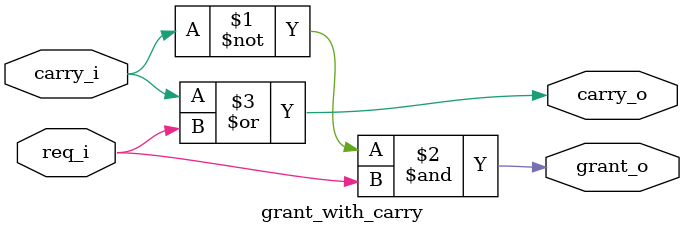
<source format=v>
module grant_with_carry (
  input  req_i,
  input  carry_i,
  output carry_o,
  output grant_o
);

  assign grant_o = ~carry_i & req_i;
  assign carry_o = carry_i | req_i;

endmodule

</source>
